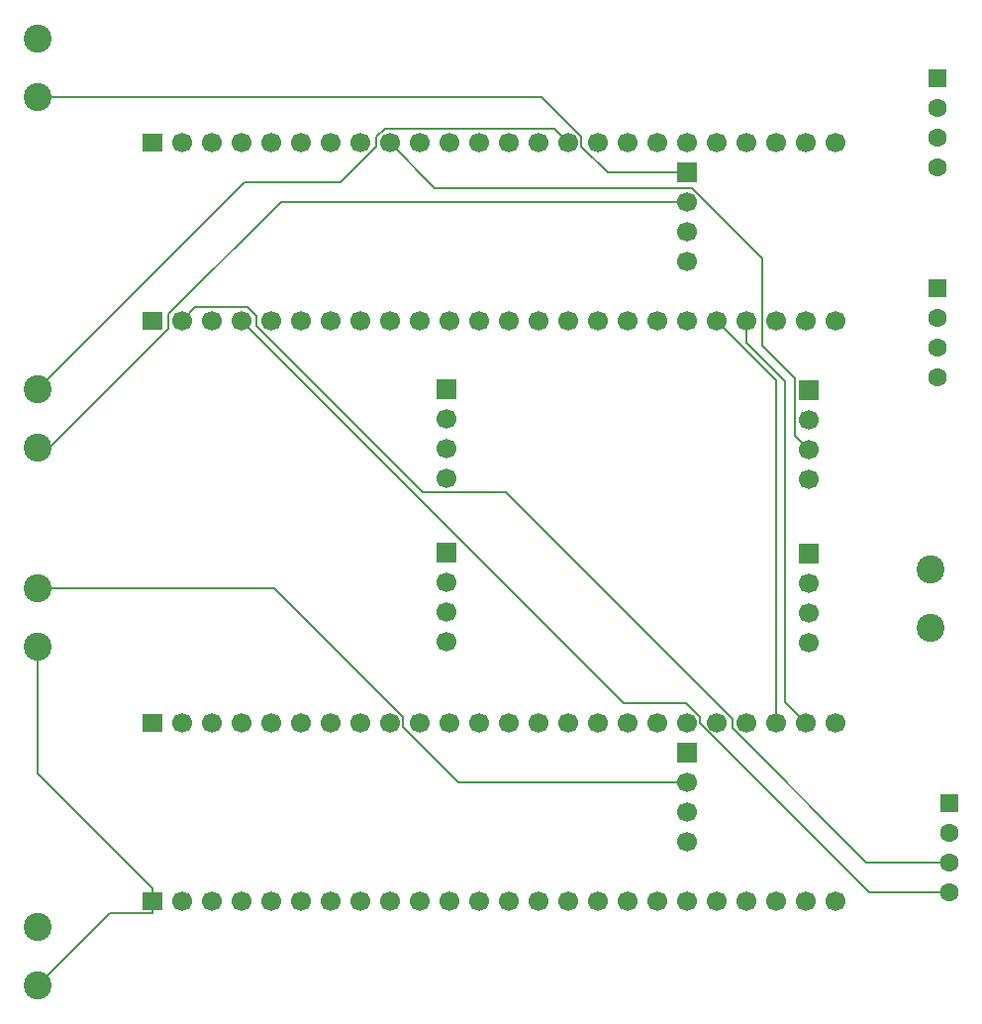
<source format=gbr>
%TF.GenerationSoftware,KiCad,Pcbnew,8.0.8*%
%TF.CreationDate,2025-01-20T13:06:51+08:00*%
%TF.ProjectId,project_pcb,70726f6a-6563-4745-9f70-63622e6b6963,rev?*%
%TF.SameCoordinates,Original*%
%TF.FileFunction,Copper,L2,Bot*%
%TF.FilePolarity,Positive*%
%FSLAX46Y46*%
G04 Gerber Fmt 4.6, Leading zero omitted, Abs format (unit mm)*
G04 Created by KiCad (PCBNEW 8.0.8) date 2025-01-20 13:06:51*
%MOMM*%
%LPD*%
G01*
G04 APERTURE LIST*
%TA.AperFunction,ComponentPad*%
%ADD10R,1.700000X1.700000*%
%TD*%
%TA.AperFunction,ComponentPad*%
%ADD11C,1.700000*%
%TD*%
%TA.AperFunction,ComponentPad*%
%ADD12C,2.400000*%
%TD*%
%TA.AperFunction,ComponentPad*%
%ADD13R,1.700000X1.520000*%
%TD*%
%TA.AperFunction,ComponentPad*%
%ADD14R,1.600000X1.600000*%
%TD*%
%TA.AperFunction,ComponentPad*%
%ADD15C,1.600000*%
%TD*%
%TA.AperFunction,Conductor*%
%ADD16C,0.200000*%
%TD*%
G04 APERTURE END LIST*
D10*
%TO.P,CN4,1,1*%
%TO.N,Net-(CN4-Pad1)*%
X134174400Y-128714400D03*
D11*
%TO.P,CN4,2,2*%
%TO.N,Net-(CN4-Pad2)*%
X134174400Y-131254400D03*
%TO.P,CN4,3,3*%
%TO.N,unconnected-(CN4-Pad3)*%
X134174400Y-133794400D03*
%TO.P,CN4,4,4*%
%TO.N,unconnected-(CN4-Pad4)*%
X134174400Y-136334400D03*
%TD*%
D10*
%TO.P,CN6,1,1*%
%TO.N,Net-(CN6-Pad1)*%
X134173700Y-79135300D03*
D11*
%TO.P,CN6,2,2*%
%TO.N,Net-(CN6-Pad2)*%
X134173700Y-81675300D03*
%TO.P,CN6,3,3*%
%TO.N,unconnected-(CN6-Pad3)*%
X134173700Y-84215300D03*
%TO.P,CN6,4,4*%
%TO.N,unconnected-(CN6-Pad4)*%
X134173700Y-86755300D03*
%TD*%
D12*
%TO.P,Kill_Switch2,1,1*%
%TO.N,Net-(CN4-Pad2)*%
X78640000Y-114660000D03*
%TO.P,Kill_Switch2,2,2*%
%TO.N,Net-(Kill_Switch2-Pad2)*%
X78640000Y-119660000D03*
%TD*%
%TO.P,Kill_Switch3,1,1*%
%TO.N,Net-(Kill_Switch3-Pad1)*%
X78640000Y-97660000D03*
%TO.P,Kill_Switch3,2,2*%
%TO.N,Net-(CN6-Pad2)*%
X78640000Y-102660000D03*
%TD*%
D13*
%TO.P,U4,1,1*%
%TO.N,Net-(Depth2-Pad1)*%
X88460000Y-76600000D03*
D11*
%TO.P,U4,2,2*%
%TO.N,Net-(Depth2-Pad4)*%
X91000000Y-76600000D03*
%TO.P,U4,3,3*%
%TO.N,unconnected-(U4-Pad3)*%
X93540000Y-76600000D03*
%TO.P,U4,4,4*%
%TO.N,unconnected-(U4-Pad4)*%
X96080000Y-76600000D03*
%TO.P,U4,5,5*%
%TO.N,unconnected-(U4-Pad5)*%
X98620000Y-76600000D03*
%TO.P,U4,6,6*%
%TO.N,unconnected-(U4-Pad6)*%
X101160000Y-76600000D03*
%TO.P,U4,7,7*%
%TO.N,unconnected-(U4-Pad7)*%
X103700000Y-76600000D03*
%TO.P,U4,8,8*%
%TO.N,Net-(Depth2-Pad2)*%
X106240000Y-76600000D03*
%TO.P,U4,9,9*%
%TO.N,Net-(Depth2-Pad3)*%
X108780000Y-76600000D03*
%TO.P,U4,10,10*%
%TO.N,unconnected-(U4-Pad10)*%
X111320000Y-76600000D03*
%TO.P,U4,11,11*%
%TO.N,unconnected-(U4-Pad11)*%
X113860000Y-76600000D03*
%TO.P,U4,12,12*%
%TO.N,unconnected-(U4-Pad12)*%
X116400000Y-76600000D03*
%TO.P,U4,13,13*%
%TO.N,unconnected-(U4-Pad13)*%
X118940000Y-76600000D03*
%TO.P,U4,14,14*%
%TO.N,unconnected-(U4-Pad14)*%
X121480000Y-76600000D03*
%TO.P,U4,15,15*%
%TO.N,Net-(Kill_Switch3-Pad1)*%
X124020000Y-76600000D03*
%TO.P,U4,16,16*%
%TO.N,unconnected-(U4-Pad16)*%
X126560000Y-76600000D03*
%TO.P,U4,17,17*%
%TO.N,unconnected-(U4-Pad17)*%
X129100000Y-76600000D03*
%TO.P,U4,18,18*%
%TO.N,unconnected-(U4-Pad18)*%
X131640000Y-76600000D03*
%TO.P,U4,19,19*%
%TO.N,unconnected-(U4-Pad19)*%
X134180000Y-76600000D03*
%TO.P,U4,20,20*%
%TO.N,unconnected-(U4-Pad20)*%
X136720000Y-76600000D03*
%TO.P,U4,21,21*%
%TO.N,unconnected-(U4-Pad21)*%
X139260000Y-76600000D03*
%TO.P,U4,22,22*%
%TO.N,unconnected-(U4-Pad22)*%
X141800000Y-76600000D03*
%TO.P,U4,23,23*%
%TO.N,unconnected-(U4-Pad23)*%
X144340000Y-76600000D03*
%TO.P,U4,24,24*%
%TO.N,unconnected-(U4-Pad24)*%
X146880000Y-76600000D03*
%TD*%
D14*
%TO.P,CN3,1,1*%
%TO.N,Net-(CN3-Pad1)*%
X156640000Y-133040000D03*
D15*
%TO.P,CN3,2,2*%
%TO.N,Net-(CN3-Pad2)*%
X156640000Y-135580000D03*
%TO.P,CN3,3,3*%
%TO.N,Net-(CN3-Pad3)*%
X156640000Y-138120000D03*
%TO.P,CN3,4,4*%
%TO.N,Net-(CN3-Pad4)*%
X156640000Y-140660000D03*
%TD*%
D10*
%TO.P,DepthNA1,1*%
%TO.N,N/C*%
X113640000Y-111660000D03*
D11*
%TO.P,DepthNA1,2*%
X113640000Y-114200000D03*
%TO.P,DepthNA1,3*%
X113640000Y-116740000D03*
%TO.P,DepthNA1,4*%
X113640000Y-119280000D03*
%TD*%
D12*
%TO.P,Kill_Switch4,1,1*%
%TO.N,Net-(CN4-Pad1)*%
X78640000Y-143660000D03*
%TO.P,Kill_Switch4,2,2*%
%TO.N,Net-(Kill_Switch2-Pad2)*%
X78640000Y-148660000D03*
%TD*%
D10*
%TO.P,Depth2,1,1*%
%TO.N,Net-(Depth2-Pad1)*%
X144570000Y-97720000D03*
D11*
%TO.P,Depth2,2,2*%
%TO.N,Net-(Depth2-Pad2)*%
X144570000Y-100260000D03*
%TO.P,Depth2,3,3*%
%TO.N,Net-(Depth2-Pad3)*%
X144570000Y-102800000D03*
%TO.P,Depth2,4,4*%
%TO.N,Net-(Depth2-Pad4)*%
X144570000Y-105340000D03*
%TD*%
D14*
%TO.P,CN1,1,1*%
%TO.N,Net-(CN1-Pad1)*%
X155640000Y-89040000D03*
D15*
%TO.P,CN1,2,2*%
X155640000Y-91580000D03*
%TO.P,CN1,3,3*%
X155640000Y-94120000D03*
%TO.P,CN1,4,4*%
X155640000Y-96660000D03*
%TD*%
D10*
%TO.P,H1,1,1*%
%TO.N,Net-(H1-Pad1)*%
X144570000Y-111730000D03*
D11*
%TO.P,H1,2,2*%
%TO.N,Net-(H1-Pad2)*%
X144570000Y-114270000D03*
%TO.P,H1,3,3*%
%TO.N,Net-(H1-Pad3)*%
X144570000Y-116810000D03*
%TO.P,H1,4,4*%
%TO.N,Net-(CN1-Pad1)*%
X144570000Y-119350000D03*
%TD*%
D12*
%TO.P,Kill_Switch1,1,1*%
%TO.N,Net-(Kill_Switch1-Pad1)*%
X155000000Y-118100000D03*
%TO.P,Kill_Switch1,2,2*%
%TO.N,Net-(Kill_Switch1-Pad2)*%
X155000000Y-113100000D03*
%TD*%
D10*
%TO.P,DepthNA2,1*%
%TO.N,N/C*%
X113640000Y-97660000D03*
D11*
%TO.P,DepthNA2,2*%
X113640000Y-100200000D03*
%TO.P,DepthNA2,3*%
X113640000Y-102740000D03*
%TO.P,DepthNA2,4*%
X113640000Y-105280000D03*
%TD*%
D13*
%TO.P,U3,1,1*%
%TO.N,Net-(CN1-Pad1)*%
X88460000Y-91830000D03*
D11*
%TO.P,U3,2,2*%
%TO.N,Net-(CN3-Pad3)*%
X91000000Y-91830000D03*
%TO.P,U3,3,3*%
%TO.N,Net-(CN2-Pad3)*%
X93540000Y-91830000D03*
%TO.P,U3,4,4*%
%TO.N,Net-(CN3-Pad4)*%
X96080000Y-91830000D03*
%TO.P,U3,5,5*%
%TO.N,Net-(CN2-Pad4)*%
X98620000Y-91830000D03*
%TO.P,U3,6,6*%
%TO.N,unconnected-(U3-Pad6)*%
X101160000Y-91830000D03*
%TO.P,U3,7,7*%
%TO.N,unconnected-(U3-Pad7)*%
X103700000Y-91830000D03*
%TO.P,U3,8,8*%
%TO.N,unconnected-(U3-Pad8)*%
X106240000Y-91830000D03*
%TO.P,U3,9,9*%
%TO.N,unconnected-(U3-Pad9)*%
X108780000Y-91830000D03*
%TO.P,U3,10,10*%
%TO.N,unconnected-(U3-Pad10)*%
X111320000Y-91830000D03*
%TO.P,U3,11,11*%
%TO.N,unconnected-(U3-Pad11)*%
X113860000Y-91830000D03*
%TO.P,U3,12,12*%
%TO.N,unconnected-(U3-Pad12)*%
X116400000Y-91830000D03*
%TO.P,U3,13,13*%
%TO.N,unconnected-(U3-Pad13)*%
X118940000Y-91830000D03*
%TO.P,U3,14,14*%
%TO.N,unconnected-(U3-Pad14)*%
X121480000Y-91830000D03*
%TO.P,U3,15,15*%
%TO.N,unconnected-(U3-Pad15)*%
X124020000Y-91830000D03*
%TO.P,U3,16,16*%
%TO.N,unconnected-(U3-Pad16)*%
X126560000Y-91830000D03*
%TO.P,U3,17,17*%
%TO.N,unconnected-(U3-Pad17)*%
X129100000Y-91830000D03*
%TO.P,U3,18,18*%
%TO.N,unconnected-(U3-Pad18)*%
X131640000Y-91830000D03*
%TO.P,U3,19,19*%
%TO.N,unconnected-(U3-Pad19)*%
X134180000Y-91830000D03*
%TO.P,U3,20,20*%
%TO.N,Net-(U2-Pad22)*%
X136720000Y-91830000D03*
%TO.P,U3,21,21*%
%TO.N,Net-(U2-Pad23)*%
X139260000Y-91830000D03*
%TO.P,U3,22,22*%
%TO.N,unconnected-(U3-Pad22)*%
X141800000Y-91830000D03*
%TO.P,U3,23,23*%
%TO.N,unconnected-(U3-Pad23)*%
X144340000Y-91830000D03*
%TO.P,U3,24,24*%
%TO.N,unconnected-(U3-Pad24)*%
X146880000Y-91830000D03*
%TD*%
D12*
%TO.P,Kill_Switch5,1,1*%
%TO.N,Net-(Kill_Switch3-Pad1)*%
X78640000Y-67660000D03*
%TO.P,Kill_Switch5,2,2*%
%TO.N,Net-(CN6-Pad1)*%
X78640000Y-72660000D03*
%TD*%
D13*
%TO.P,U1,1,1*%
%TO.N,Net-(Kill_Switch2-Pad2)*%
X88460000Y-141410000D03*
D11*
%TO.P,U1,2,2*%
%TO.N,Net-(CN3-Pad1)*%
X91000000Y-141410000D03*
%TO.P,U1,3,3*%
%TO.N,Net-(CN2-Pad1)*%
X93540000Y-141410000D03*
%TO.P,U1,4,4*%
%TO.N,Net-(CN3-Pad2)*%
X96080000Y-141410000D03*
%TO.P,U1,5,5*%
%TO.N,Net-(CN2-Pad2)*%
X98620000Y-141410000D03*
%TO.P,U1,6,6*%
%TO.N,unconnected-(U1-Pad6)*%
X101160000Y-141410000D03*
%TO.P,U1,7,7*%
%TO.N,unconnected-(U1-Pad7)*%
X103700000Y-141410000D03*
%TO.P,U1,8,8*%
%TO.N,unconnected-(U1-Pad8)*%
X106240000Y-141410000D03*
%TO.P,U1,9,9*%
%TO.N,unconnected-(U1-Pad9)*%
X108780000Y-141410000D03*
%TO.P,U1,10,10*%
%TO.N,unconnected-(U1-Pad10)*%
X111320000Y-141410000D03*
%TO.P,U1,11,11*%
%TO.N,unconnected-(U1-Pad11)*%
X113860000Y-141410000D03*
%TO.P,U1,12,12*%
%TO.N,unconnected-(U1-Pad12)*%
X116400000Y-141410000D03*
%TO.P,U1,13,13*%
%TO.N,unconnected-(U1-Pad13)*%
X118940000Y-141410000D03*
%TO.P,U1,14,14*%
%TO.N,unconnected-(U1-Pad14)*%
X121480000Y-141410000D03*
%TO.P,U1,15,15*%
%TO.N,unconnected-(U1-Pad15)*%
X124020000Y-141410000D03*
%TO.P,U1,16,16*%
%TO.N,unconnected-(U1-Pad16)*%
X126560000Y-141410000D03*
%TO.P,U1,17,17*%
%TO.N,unconnected-(U1-Pad17)*%
X129100000Y-141410000D03*
%TO.P,U1,18,18*%
%TO.N,unconnected-(U1-Pad18)*%
X131640000Y-141410000D03*
%TO.P,U1,19,19*%
%TO.N,unconnected-(U1-Pad19)*%
X134180000Y-141410000D03*
%TO.P,U1,20,20*%
%TO.N,unconnected-(U1-Pad20)*%
X136720000Y-141410000D03*
%TO.P,U1,21,21*%
%TO.N,unconnected-(U1-Pad21)*%
X139260000Y-141410000D03*
%TO.P,U1,22,22*%
%TO.N,unconnected-(U1-Pad22)*%
X141800000Y-141410000D03*
%TO.P,U1,23,23*%
%TO.N,unconnected-(U1-Pad23)*%
X144340000Y-141410000D03*
%TO.P,U1,24,24*%
%TO.N,unconnected-(U1-Pad24)*%
X146880000Y-141410000D03*
%TD*%
D14*
%TO.P,CN2,1,1*%
%TO.N,Net-(CN2-Pad1)*%
X155640000Y-71120000D03*
D15*
%TO.P,CN2,2,2*%
%TO.N,Net-(CN2-Pad2)*%
X155640000Y-73660000D03*
%TO.P,CN2,3,3*%
%TO.N,Net-(CN2-Pad3)*%
X155640000Y-76200000D03*
%TO.P,CN2,4,4*%
%TO.N,Net-(CN2-Pad4)*%
X155640000Y-78740000D03*
%TD*%
D13*
%TO.P,U2,1,1*%
%TO.N,Net-(H1-Pad1)*%
X88460000Y-126180000D03*
D11*
%TO.P,U2,2,2*%
%TO.N,Net-(CN1-Pad1)*%
X91000000Y-126180000D03*
%TO.P,U2,3,3*%
%TO.N,unconnected-(U2-Pad3)*%
X93540000Y-126180000D03*
%TO.P,U2,4,4*%
%TO.N,unconnected-(U2-Pad4)*%
X96080000Y-126180000D03*
%TO.P,U2,5,5*%
%TO.N,unconnected-(U2-Pad5)*%
X98620000Y-126180000D03*
%TO.P,U2,6,6*%
%TO.N,unconnected-(U2-Pad6)*%
X101160000Y-126180000D03*
%TO.P,U2,7,7*%
%TO.N,unconnected-(U2-Pad7)*%
X103700000Y-126180000D03*
%TO.P,U2,8,8*%
%TO.N,Net-(H1-Pad2)*%
X106240000Y-126180000D03*
%TO.P,U2,9,9*%
%TO.N,Net-(H1-Pad3)*%
X108780000Y-126180000D03*
%TO.P,U2,10,10*%
%TO.N,unconnected-(U2-Pad10)*%
X111320000Y-126180000D03*
%TO.P,U2,11,11*%
%TO.N,unconnected-(U2-Pad11)*%
X113860000Y-126180000D03*
%TO.P,U2,12,12*%
%TO.N,unconnected-(U2-Pad12)*%
X116400000Y-126180000D03*
%TO.P,U2,13,13*%
%TO.N,unconnected-(U2-Pad13)*%
X118940000Y-126180000D03*
%TO.P,U2,14,14*%
%TO.N,unconnected-(U2-Pad14)*%
X121480000Y-126180000D03*
%TO.P,U2,15,15*%
%TO.N,Net-(Kill_Switch1-Pad1)*%
X124020000Y-126180000D03*
%TO.P,U2,16,16*%
%TO.N,Net-(Kill_Switch1-Pad2)*%
X126560000Y-126180000D03*
%TO.P,U2,17,17*%
%TO.N,unconnected-(U2-Pad17)*%
X129100000Y-126180000D03*
%TO.P,U2,18,18*%
%TO.N,unconnected-(U2-Pad18)*%
X131640000Y-126180000D03*
%TO.P,U2,19,19*%
%TO.N,unconnected-(U2-Pad19)*%
X134180000Y-126180000D03*
%TO.P,U2,20,20*%
%TO.N,unconnected-(U2-Pad20)*%
X136720000Y-126180000D03*
%TO.P,U2,21,21*%
%TO.N,unconnected-(U2-Pad21)*%
X139260000Y-126180000D03*
%TO.P,U2,22,22*%
%TO.N,Net-(U2-Pad22)*%
X141800000Y-126180000D03*
%TO.P,U2,23,23*%
%TO.N,Net-(U2-Pad23)*%
X144340000Y-126180000D03*
%TO.P,U2,24,24*%
%TO.N,unconnected-(U2-Pad24)*%
X146880000Y-126180000D03*
%TD*%
D16*
%TO.N,Net-(Kill_Switch3-Pad1)*%
X96346800Y-79953200D02*
X78640000Y-97660000D01*
X104607000Y-79953200D02*
X96346800Y-79953200D01*
X107628000Y-76932100D02*
X104607000Y-79953200D01*
X107628000Y-76112500D02*
X107628000Y-76932100D01*
X108348000Y-75392600D02*
X107628000Y-76112500D01*
X122813000Y-75392600D02*
X108348000Y-75392600D01*
X124020000Y-76600000D02*
X122813000Y-75392600D01*
%TO.N,Net-(Kill_Switch2-Pad2)*%
X88460000Y-142472000D02*
X88460000Y-141410000D01*
X84828300Y-142472000D02*
X88460000Y-142472000D01*
X78640000Y-148660000D02*
X84828300Y-142472000D01*
X78640000Y-130528000D02*
X78640000Y-119660000D01*
X88460000Y-140348000D02*
X78640000Y-130528000D01*
X88460000Y-141410000D02*
X88460000Y-140348000D01*
%TO.N,Net-(CN6-Pad2)*%
X79697500Y-102660000D02*
X78640000Y-102660000D01*
X89848300Y-92509200D02*
X79697500Y-102660000D01*
X89848300Y-91278600D02*
X89848300Y-92509200D01*
X99451600Y-81675300D02*
X89848300Y-91278600D01*
X134173700Y-81675300D02*
X99451600Y-81675300D01*
X134174000Y-81675300D02*
X134173700Y-81675300D01*
%TO.N,Net-(CN6-Pad1)*%
X121755000Y-72660000D02*
X78640000Y-72660000D01*
X125172000Y-76076700D02*
X121755000Y-72660000D01*
X125172000Y-76914000D02*
X125172000Y-76076700D01*
X127393000Y-79135300D02*
X125172000Y-76914000D01*
X134173700Y-79135300D02*
X127393000Y-79135300D01*
X134174000Y-79135300D02*
X134173700Y-79135300D01*
%TO.N,Net-(CN4-Pad2)*%
X114671000Y-131254000D02*
X134174000Y-131254000D01*
X109932000Y-126515000D02*
X114671000Y-131254000D01*
X109932000Y-125699000D02*
X109932000Y-126515000D01*
X98893500Y-114660000D02*
X109932000Y-125699000D01*
X78640000Y-114660000D02*
X98893500Y-114660000D01*
X134174000Y-131254000D02*
X134174400Y-131254400D01*
%TO.N,Net-(CN3-Pad4)*%
X149755000Y-140660000D02*
X156640000Y-140660000D01*
X135332000Y-126237000D02*
X149755000Y-140660000D01*
X135332000Y-125695000D02*
X135332000Y-126237000D01*
X134141000Y-124505000D02*
X135332000Y-125695000D01*
X128755000Y-124505000D02*
X134141000Y-124505000D01*
X96080000Y-91830000D02*
X128755000Y-124505000D01*
%TO.N,Net-(CN3-Pad3)*%
X92155200Y-90674800D02*
X91000000Y-91830000D01*
X96576600Y-90674800D02*
X92155200Y-90674800D01*
X97350100Y-91448300D02*
X96576600Y-90674800D01*
X97350100Y-92223500D02*
X97350100Y-91448300D01*
X111585000Y-106458000D02*
X97350100Y-92223500D01*
X118662000Y-106458000D02*
X111585000Y-106458000D01*
X138108000Y-125905000D02*
X118662000Y-106458000D01*
X138108000Y-126672000D02*
X138108000Y-125905000D01*
X149556000Y-138120000D02*
X138108000Y-126672000D01*
X156640000Y-138120000D02*
X149556000Y-138120000D01*
%TO.N,Net-(U2-Pad23)*%
X139260000Y-93665400D02*
X139260000Y-91830000D01*
X142561000Y-96966600D02*
X139260000Y-93665400D01*
X142561000Y-124401000D02*
X142561000Y-96966600D01*
X144340000Y-126180000D02*
X142561000Y-124401000D01*
%TO.N,Net-(U2-Pad22)*%
X141800000Y-96910000D02*
X141800000Y-126180000D01*
X136720000Y-91830000D02*
X141800000Y-96910000D01*
%TO.N,Net-(Depth2-Pad3)*%
X112645000Y-80465300D02*
X108780000Y-76600000D01*
X134642000Y-80465300D02*
X112645000Y-80465300D01*
X140648000Y-86471800D02*
X134642000Y-80465300D01*
X140648000Y-93948800D02*
X140648000Y-86471800D01*
X143418000Y-96718800D02*
X140648000Y-93948800D01*
X143418000Y-101648000D02*
X143418000Y-96718800D01*
X144570000Y-102800000D02*
X143418000Y-101648000D01*
%TD*%
M02*

</source>
